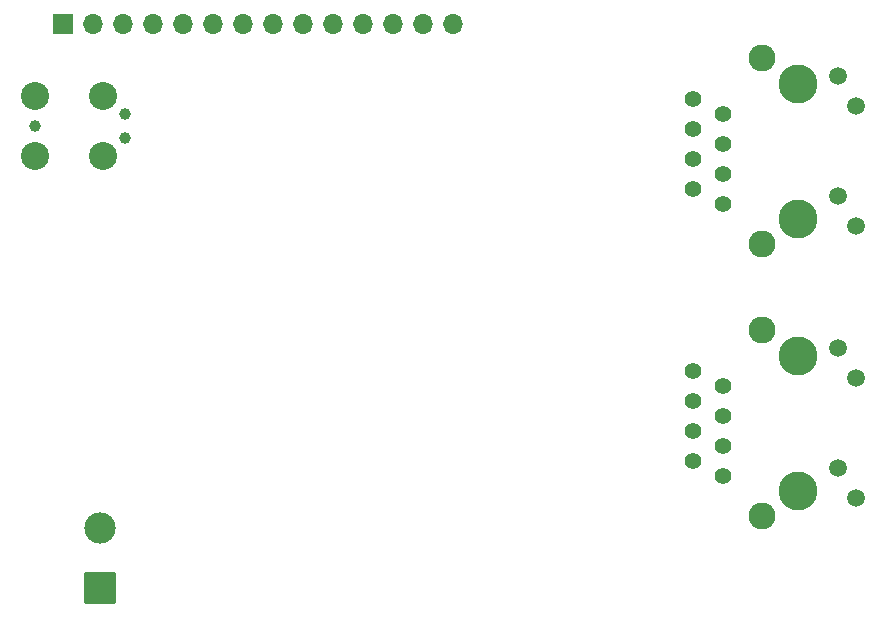
<source format=gbr>
%TF.GenerationSoftware,KiCad,Pcbnew,8.0.0*%
%TF.CreationDate,2024-03-18T14:57:50-04:00*%
%TF.ProjectId,Ethernet_Dev_Board,45746865-726e-4657-945f-4465765f426f,rev?*%
%TF.SameCoordinates,Original*%
%TF.FileFunction,Soldermask,Bot*%
%TF.FilePolarity,Negative*%
%FSLAX46Y46*%
G04 Gerber Fmt 4.6, Leading zero omitted, Abs format (unit mm)*
G04 Created by KiCad (PCBNEW 8.0.0) date 2024-03-18 14:57:50*
%MOMM*%
%LPD*%
G01*
G04 APERTURE LIST*
G04 Aperture macros list*
%AMRoundRect*
0 Rectangle with rounded corners*
0 $1 Rounding radius*
0 $2 $3 $4 $5 $6 $7 $8 $9 X,Y pos of 4 corners*
0 Add a 4 corners polygon primitive as box body*
4,1,4,$2,$3,$4,$5,$6,$7,$8,$9,$2,$3,0*
0 Add four circle primitives for the rounded corners*
1,1,$1+$1,$2,$3*
1,1,$1+$1,$4,$5*
1,1,$1+$1,$6,$7*
1,1,$1+$1,$8,$9*
0 Add four rect primitives between the rounded corners*
20,1,$1+$1,$2,$3,$4,$5,0*
20,1,$1+$1,$4,$5,$6,$7,0*
20,1,$1+$1,$6,$7,$8,$9,0*
20,1,$1+$1,$8,$9,$2,$3,0*%
G04 Aperture macros list end*
%ADD10C,3.300000*%
%ADD11C,1.509600*%
%ADD12C,1.401600*%
%ADD13C,2.285600*%
%ADD14R,1.700000X1.700000*%
%ADD15O,1.700000X1.700000*%
%ADD16RoundRect,0.050800X1.275000X1.275000X-1.275000X1.275000X-1.275000X-1.275000X1.275000X-1.275000X0*%
%ADD17C,2.651600*%
%ADD18C,2.375000*%
%ADD19C,0.991000*%
G04 APERTURE END LIST*
D10*
%TO.C,J301*%
X147034000Y-63965000D03*
X147034000Y-52535000D03*
D11*
X150412000Y-51924000D03*
X151932000Y-54466000D03*
X150412000Y-62036000D03*
X151932000Y-64574000D03*
D12*
X140684000Y-62695000D03*
X138144000Y-61425000D03*
X140684000Y-60155000D03*
X138144000Y-58885000D03*
X140684000Y-57615000D03*
X138144000Y-56345000D03*
X140684000Y-55075000D03*
X138144000Y-53805000D03*
D13*
X143984000Y-66125000D03*
X143984000Y-50375000D03*
%TD*%
D10*
%TO.C,J201*%
X147034000Y-87000000D03*
X147034000Y-75570000D03*
D11*
X150412000Y-74959000D03*
X151932000Y-77501000D03*
X150412000Y-85071000D03*
X151932000Y-87609000D03*
D12*
X140684000Y-85730000D03*
X138144000Y-84460000D03*
X140684000Y-83190000D03*
X138144000Y-81920000D03*
X140684000Y-80650000D03*
X138144000Y-79380000D03*
X140684000Y-78110000D03*
X138144000Y-76840000D03*
D13*
X143984000Y-89160000D03*
X143984000Y-73410000D03*
%TD*%
D14*
%TO.C,J402*%
X84790000Y-47500000D03*
D15*
X87330000Y-47500000D03*
X89870000Y-47500000D03*
X92410000Y-47500000D03*
X94950000Y-47500000D03*
X97490000Y-47500000D03*
X100030000Y-47500000D03*
X102570000Y-47500000D03*
X105110000Y-47500000D03*
X107650000Y-47500000D03*
X110190000Y-47500000D03*
X112730000Y-47500000D03*
X115270000Y-47500000D03*
X117810000Y-47500000D03*
%TD*%
D16*
%TO.C,J101*%
X87970000Y-95210000D03*
D17*
X87970000Y-90130000D03*
%TD*%
D18*
%TO.C,J401*%
X82460000Y-53595000D03*
D19*
X82460000Y-56135000D03*
D18*
X82460000Y-58675000D03*
X88175000Y-53595000D03*
X88175000Y-58675000D03*
D19*
X90080000Y-55119000D03*
X90080000Y-57151000D03*
%TD*%
M02*

</source>
